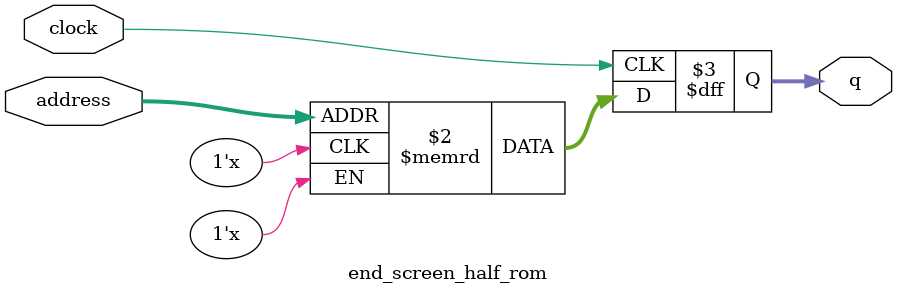
<source format=sv>
module end_screen_half_rom (
	input logic clock,
	input logic [16:0] address,
	output logic [3:0] q
);

logic [3:0] memory [0:76799] /* synthesis ram_init_file = "./end_screen_half/end_screen_half.COE" */;

always_ff @ (posedge clock) begin
	q <= memory[address];
end

endmodule

</source>
